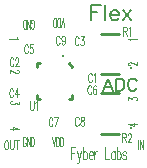
<source format=gto>
G04 DipTrace 2.4.0.2*
%INFlexADCBufferAry.gto*%
%MOMM*%
%ADD10C,0.25*%
%ADD16C,0.3*%
%ADD50C,0.118*%
%ADD51C,0.196*%
%ADD52C,0.157*%
%ADD53C,0.083*%
%ADD54C,0.111*%
%FSLAX53Y53*%
G04*
G71*
G90*
G75*
G01*
%LNTopSilk*%
%LPD*%
X21553Y18373D2*
D10*
X19952D1*
X21553Y21773D2*
X19952D1*
D16*
X22490Y18873D3*
X21554Y13333D2*
D10*
X19954D1*
X21554Y16733D2*
X19954D1*
D16*
X22492Y13833D3*
X17559Y16573D2*
D10*
Y16273D1*
X17259D1*
X14559Y16573D2*
Y16273D1*
X14859D2*
X14559D1*
Y19274D2*
Y18974D1*
X14859Y19274D2*
X14559D1*
D16*
X16809Y19924D3*
X17559Y18974D2*
D10*
X17259Y19274D1*
X19231Y18272D2*
D50*
X19209Y18345D1*
X19165Y18418D1*
X19122Y18454D1*
X19034D1*
X18990Y18418D1*
X18947Y18345D1*
X18925Y18272D1*
X18903Y18163D1*
Y17980D1*
X18925Y17872D1*
X18947Y17798D1*
X18990Y17726D1*
X19034Y17689D1*
X19122D1*
X19165Y17726D1*
X19209Y17798D1*
X19231Y17872D1*
X19372Y18308D2*
X19416Y18345D1*
X19482Y18454D1*
Y17689D1*
X12580Y19610D2*
X12558Y19683D1*
X12514Y19756D1*
X12471Y19792D1*
X12383D1*
X12339Y19756D1*
X12296Y19683D1*
X12274Y19610D1*
X12252Y19501D1*
Y19318D1*
X12274Y19209D1*
X12296Y19136D1*
X12339Y19064D1*
X12383Y19027D1*
X12471D1*
X12514Y19064D1*
X12558Y19136D1*
X12580Y19209D1*
X12743Y19609D2*
Y19646D1*
X12765Y19719D1*
X12787Y19755D1*
X12831Y19791D1*
X12918D1*
X12962Y19755D1*
X12983Y19719D1*
X13006Y19646D1*
Y19573D1*
X12983Y19500D1*
X12940Y19391D1*
X12721Y19027D1*
X13027D1*
X18095Y21389D2*
X18073Y21461D1*
X18029Y21535D1*
X17985Y21571D1*
X17898D1*
X17854Y21535D1*
X17811Y21461D1*
X17788Y21389D1*
X17767Y21279D1*
Y21097D1*
X17788Y20988D1*
X17811Y20915D1*
X17854Y20842D1*
X17898Y20805D1*
X17985D1*
X18029Y20842D1*
X18073Y20915D1*
X18095Y20988D1*
X18280Y21570D2*
X18520D1*
X18389Y21278D1*
X18455D1*
X18498Y21242D1*
X18520Y21206D1*
X18542Y21097D1*
Y21024D1*
X18520Y20915D1*
X18476Y20841D1*
X18411Y20805D1*
X18345D1*
X18280Y20841D1*
X18258Y20878D1*
X18236Y20951D1*
X12558Y16977D2*
X12536Y17049D1*
X12492Y17122D1*
X12449Y17158D1*
X12361D1*
X12317Y17122D1*
X12274Y17049D1*
X12251Y16977D1*
X12230Y16867D1*
Y16684D1*
X12251Y16576D1*
X12274Y16502D1*
X12317Y16430D1*
X12361Y16393D1*
X12449D1*
X12492Y16430D1*
X12536Y16502D1*
X12558Y16576D1*
X12918Y16393D2*
Y17158D1*
X12699Y16648D1*
X13027D1*
X13805Y20705D2*
X13784Y20777D1*
X13740Y20850D1*
X13696Y20887D1*
X13609D1*
X13565Y20850D1*
X13521Y20777D1*
X13499Y20705D1*
X13477Y20595D1*
Y20412D1*
X13499Y20304D1*
X13521Y20231D1*
X13565Y20158D1*
X13609Y20121D1*
X13696D1*
X13740Y20158D1*
X13784Y20231D1*
X13805Y20304D1*
X14209Y20886D2*
X13991D1*
X13969Y20558D1*
X13991Y20594D1*
X14056Y20631D1*
X14121D1*
X14187Y20594D1*
X14231Y20522D1*
X14253Y20412D1*
Y20340D1*
X14231Y20231D1*
X14187Y20157D1*
X14121Y20121D1*
X14056D1*
X13991Y20157D1*
X13969Y20194D1*
X13947Y20267D1*
X19176Y17258D2*
X19154Y17330D1*
X19110Y17403D1*
X19066Y17440D1*
X18979D1*
X18935Y17403D1*
X18892Y17330D1*
X18869Y17258D1*
X18848Y17148D1*
Y16965D1*
X18869Y16857D1*
X18892Y16783D1*
X18935Y16711D1*
X18979Y16674D1*
X19066D1*
X19110Y16711D1*
X19154Y16783D1*
X19176Y16857D1*
X19579Y17330D2*
X19557Y17402D1*
X19492Y17439D1*
X19448D1*
X19382Y17402D1*
X19339Y17293D1*
X19317Y17111D1*
Y16929D1*
X19339Y16783D1*
X19382Y16710D1*
X19448Y16674D1*
X19470D1*
X19535Y16710D1*
X19579Y16783D1*
X19601Y16893D1*
Y16929D1*
X19579Y17039D1*
X19535Y17111D1*
X19470Y17147D1*
X19448D1*
X19382Y17111D1*
X19339Y17039D1*
X19317Y16929D1*
X15879Y14528D2*
X15857Y14600D1*
X15813Y14673D1*
X15770Y14709D1*
X15682D1*
X15639Y14673D1*
X15595Y14600D1*
X15573Y14528D1*
X15551Y14418D1*
Y14235D1*
X15573Y14127D1*
X15595Y14053D1*
X15639Y13981D1*
X15682Y13944D1*
X15770D1*
X15813Y13981D1*
X15857Y14053D1*
X15879Y14127D1*
X16108Y13944D2*
X16327Y14709D1*
X16020D1*
X18111Y14570D2*
X18090Y14642D1*
X18046Y14716D1*
X18002Y14752D1*
X17915D1*
X17871Y14716D1*
X17827Y14642D1*
X17805Y14570D1*
X17783Y14460D1*
Y14278D1*
X17805Y14169D1*
X17827Y14096D1*
X17871Y14023D1*
X17915Y13986D1*
X18002D1*
X18046Y14023D1*
X18090Y14096D1*
X18111Y14169D1*
X18362Y14751D2*
X18296Y14715D1*
X18274Y14642D1*
Y14569D1*
X18296Y14497D1*
X18340Y14460D1*
X18427Y14423D1*
X18493Y14387D1*
X18536Y14314D1*
X18558Y14241D1*
Y14132D1*
X18536Y14059D1*
X18515Y14022D1*
X18449Y13986D1*
X18362D1*
X18296Y14022D1*
X18274Y14059D1*
X18252Y14132D1*
Y14241D1*
X18274Y14314D1*
X18318Y14387D1*
X18383Y14423D1*
X18471Y14460D1*
X18515Y14497D1*
X18536Y14569D1*
Y14642D1*
X18515Y14715D1*
X18449Y14751D1*
X18362D1*
X16499Y21442D2*
X16478Y21515D1*
X16434Y21588D1*
X16390Y21624D1*
X16303D1*
X16259Y21588D1*
X16215Y21515D1*
X16193Y21442D1*
X16171Y21333D1*
Y21150D1*
X16193Y21041D1*
X16215Y20968D1*
X16259Y20895D1*
X16303Y20858D1*
X16390D1*
X16434Y20895D1*
X16478Y20968D1*
X16499Y21041D1*
X16925Y21369D2*
X16903Y21259D1*
X16859Y21186D1*
X16794Y21150D1*
X16772D1*
X16706Y21186D1*
X16663Y21259D1*
X16641Y21369D1*
Y21405D1*
X16663Y21515D1*
X16706Y21587D1*
X16772Y21623D1*
X16794D1*
X16859Y21587D1*
X16903Y21515D1*
X16925Y21369D1*
Y21186D1*
X16903Y21004D1*
X16859Y20895D1*
X16794Y20858D1*
X16750D1*
X16685Y20895D1*
X16663Y20968D1*
X23111Y12812D2*
Y12047D1*
X23558Y12812D2*
Y12047D1*
X23252Y12812D1*
Y12047D1*
X11929Y12763D2*
X11885Y12727D1*
X11841Y12654D1*
X11819Y12581D1*
X11797Y12472D1*
Y12289D1*
X11819Y12180D1*
X11841Y12107D1*
X11885Y12034D1*
X11929Y11997D1*
X12016D1*
X12059Y12034D1*
X12103Y12107D1*
X12125Y12180D1*
X12147Y12289D1*
Y12472D1*
X12125Y12581D1*
X12103Y12654D1*
X12059Y12727D1*
X12016Y12763D1*
X11929D1*
X12288D2*
Y12216D1*
X12310Y12107D1*
X12354Y12034D1*
X12420Y11997D1*
X12463D1*
X12529Y12034D1*
X12573Y12107D1*
X12594Y12216D1*
Y12763D1*
X12889D2*
Y11997D1*
X12736Y12763D2*
X13042D1*
X21880Y22017D2*
X22077D1*
X22143Y22054D1*
X22165Y22090D1*
X22187Y22162D1*
Y22236D1*
X22165Y22308D1*
X22143Y22345D1*
X22077Y22381D1*
X21880D1*
Y21616D1*
X22034Y22017D2*
X22187Y21616D1*
X22328Y22235D2*
X22372Y22272D1*
X22438Y22380D1*
Y21616D1*
X21795Y13013D2*
X21991D1*
X22057Y13050D1*
X22079Y13087D1*
X22101Y13159D1*
Y13232D1*
X22079Y13305D1*
X22057Y13342D1*
X21991Y13378D1*
X21795D1*
Y12612D1*
X21948Y13013D2*
X22101Y12612D1*
X22264Y13195D2*
Y13231D1*
X22286Y13305D1*
X22308Y13341D1*
X22352Y13377D1*
X22439D1*
X22483Y13341D1*
X22504Y13305D1*
X22527Y13231D1*
Y13159D1*
X22504Y13086D1*
X22461Y12977D1*
X22242Y12612D1*
X22548D1*
X13981Y16082D2*
Y15536D1*
X14003Y15426D1*
X14047Y15354D1*
X14112Y15317D1*
X14156D1*
X14221Y15354D1*
X14265Y15426D1*
X14287Y15536D1*
Y16082D1*
X14428Y15936D2*
X14472Y15973D1*
X14538Y16081D1*
Y15317D1*
X19973Y24205D2*
D51*
X19183D1*
Y22929D1*
Y23597D2*
X19668D1*
X20365Y24205D2*
Y22929D1*
X20757Y23414D2*
X21486D1*
Y23536D1*
X21425Y23659D1*
X21365Y23719D1*
X21243Y23779D1*
X21060D1*
X20940Y23719D1*
X20818Y23597D1*
X20757Y23414D1*
Y23294D1*
X20818Y23111D1*
X20940Y22990D1*
X21060Y22929D1*
X21243D1*
X21365Y22990D1*
X21486Y23111D1*
X21878Y23779D2*
X22546Y22929D1*
Y23779D2*
X21878Y22929D1*
X20973Y16975D2*
D52*
X20583Y17996D1*
X20195Y16975D1*
X20341Y17316D2*
X20827D1*
X21287Y17996D2*
Y16975D1*
X21627D1*
X21773Y17025D1*
X21871Y17121D1*
X21919Y17219D1*
X21967Y17364D1*
Y17608D1*
X21919Y17754D1*
X21871Y17850D1*
X21773Y17948D1*
X21627Y17996D1*
X21287D1*
X23010Y17754D2*
X22962Y17850D1*
X22864Y17948D1*
X22767Y17996D1*
X22573D1*
X22475Y17948D1*
X22379Y17850D1*
X22329Y17754D1*
X22281Y17608D1*
Y17364D1*
X22329Y17219D1*
X22379Y17121D1*
X22475Y17025D1*
X22573Y16975D1*
X22767D1*
X22864Y17025D1*
X22962Y17121D1*
X23010Y17219D1*
X13621Y12874D2*
D53*
X13603Y12947D1*
X13566Y13020D1*
X13530Y13056D1*
X13457D1*
X13421Y13020D1*
X13385Y12947D1*
X13366Y12874D1*
X13348Y12765D1*
Y12582D1*
X13366Y12473D1*
X13385Y12400D1*
X13421Y12327D1*
X13457Y12290D1*
X13530D1*
X13566Y12327D1*
X13603Y12400D1*
X13621Y12473D1*
Y12582D1*
X13530D1*
X13960Y13056D2*
Y12290D1*
X13705Y13056D1*
Y12290D1*
X14043Y13056D2*
Y12290D1*
X14171D1*
X14225Y12327D1*
X14262Y12400D1*
X14280Y12473D1*
X14298Y12582D1*
Y12765D1*
X14280Y12874D1*
X14262Y12947D1*
X14225Y13020D1*
X14171Y13056D1*
X14043D1*
X15826Y13033D2*
X15972Y12267D1*
X16118Y13033D1*
X16201D2*
Y12267D1*
X16329D1*
X16384Y12304D1*
X16420Y12376D1*
X16438Y12450D1*
X16456Y12558D1*
Y12741D1*
X16438Y12851D1*
X16420Y12923D1*
X16384Y12996D1*
X16329Y13033D1*
X16201D1*
X16540D2*
Y12267D1*
X16667D1*
X16722Y12304D1*
X16759Y12376D1*
X16777Y12450D1*
X16795Y12558D1*
Y12741D1*
X16777Y12851D1*
X16759Y12923D1*
X16722Y12996D1*
X16667Y13033D1*
X16540D1*
X14043Y22403D2*
X14061Y22330D1*
X14098Y22257D1*
X14134Y22221D1*
X14207D1*
X14243Y22257D1*
X14280Y22330D1*
X14298Y22403D1*
X14316Y22512D1*
Y22695D1*
X14298Y22804D1*
X14280Y22877D1*
X14243Y22949D1*
X14207Y22986D1*
X14134D1*
X14098Y22949D1*
X14061Y22877D1*
X14043Y22804D1*
Y22695D1*
X14134D1*
X13704Y22221D2*
Y22986D1*
X13960Y22221D1*
Y22986D1*
X13621Y22221D2*
Y22986D1*
X13493D1*
X13439Y22949D1*
X13402Y22877D1*
X13384Y22804D1*
X13366Y22695D1*
Y22512D1*
X13384Y22403D1*
X13402Y22330D1*
X13439Y22257D1*
X13493Y22221D1*
X13621D1*
X16881Y22334D2*
X16735Y23100D1*
X16589Y22334D1*
X16506D2*
Y23100D1*
X16378D1*
X16324Y23063D1*
X16287Y22990D1*
X16269Y22917D1*
X16251Y22808D1*
Y22626D1*
X16269Y22516D1*
X16287Y22444D1*
X16324Y22370D1*
X16378Y22334D1*
X16506D1*
X16167D2*
Y23100D1*
X16040D1*
X15985Y23063D1*
X15948Y22990D1*
X15930Y22917D1*
X15912Y22808D1*
Y22626D1*
X15930Y22516D1*
X15948Y22444D1*
X15985Y22370D1*
X16040Y22334D1*
X16167D1*
X17826Y12179D2*
D54*
X17447D1*
Y11158D1*
Y11693D2*
X17680D1*
X17989Y11839D2*
X18164Y11158D1*
X18106Y10964D1*
X18047Y10866D1*
X17989Y10818D1*
X17959D1*
X18339Y11839D2*
X18164Y11158D1*
X18472Y12179D2*
Y11158D1*
Y11693D2*
X18531Y11790D1*
X18589Y11839D1*
X18676D1*
X18734Y11790D1*
X18793Y11693D1*
X18822Y11547D1*
Y11450D1*
X18793Y11304D1*
X18734Y11208D1*
X18676Y11158D1*
X18589D1*
X18531Y11208D1*
X18472Y11304D1*
X18955Y11547D2*
X19305D1*
Y11644D1*
X19276Y11742D1*
X19247Y11790D1*
X19188Y11839D1*
X19101D1*
X19043Y11790D1*
X18984Y11693D1*
X18955Y11547D1*
Y11450D1*
X18984Y11304D1*
X19043Y11208D1*
X19101Y11158D1*
X19188D1*
X19247Y11208D1*
X19305Y11304D1*
X19438Y11839D2*
Y11158D1*
Y11547D2*
X19468Y11693D1*
X19526Y11790D1*
X19584Y11839D1*
X19672D1*
X20343Y12179D2*
Y11158D1*
X20693D1*
X21176Y11839D2*
Y11158D1*
Y11693D2*
X21118Y11790D1*
X21059Y11839D1*
X20972D1*
X20914Y11790D1*
X20856Y11693D1*
X20826Y11547D1*
Y11450D1*
X20856Y11304D1*
X20914Y11208D1*
X20972Y11158D1*
X21059D1*
X21118Y11208D1*
X21176Y11304D1*
X21309Y12179D2*
Y11158D1*
Y11693D2*
X21368Y11790D1*
X21426Y11839D1*
X21513D1*
X21571Y11790D1*
X21630Y11693D1*
X21659Y11547D1*
Y11450D1*
X21630Y11304D1*
X21571Y11208D1*
X21513Y11158D1*
X21426D1*
X21368Y11208D1*
X21309Y11304D1*
X22113Y11693D2*
X22084Y11790D1*
X21996Y11839D1*
X21909D1*
X21821Y11790D1*
X21792Y11693D1*
X21821Y11596D1*
X21880Y11547D1*
X22025Y11498D1*
X22084Y11450D1*
X22113Y11352D1*
Y11304D1*
X22084Y11208D1*
X21996Y11158D1*
X21909D1*
X21821Y11208D1*
X21792Y11304D1*
X12850Y21474D2*
D53*
X12887Y21437D1*
X12996Y21382D1*
X12231D1*
X22463Y19148D2*
X22427D1*
X22353Y19166D1*
X22317Y19184D1*
X22281Y19221D1*
Y19294D1*
X22317Y19330D1*
X22353Y19348D1*
X22427Y19367D1*
X22499D1*
X22572Y19348D1*
X22681Y19312D1*
X23046Y19130D1*
Y19385D1*
X12872Y18701D2*
X12908D1*
X12981Y18683D1*
X13017Y18665D1*
X13054Y18628D1*
Y18555D1*
X13017Y18519D1*
X12981Y18501D1*
X12908Y18482D1*
X12835D1*
X12762Y18501D1*
X12653Y18537D1*
X12289Y18719D1*
Y18464D1*
X22454Y21282D2*
X22417Y21319D1*
X22308Y21373D1*
X23073D1*
X22303Y16203D2*
Y16403D1*
X22594Y16294D1*
Y16349D1*
X22631Y16385D1*
X22667Y16403D1*
X22776Y16422D1*
X22849D1*
X22958Y16403D1*
X23032Y16367D1*
X23068Y16312D1*
Y16258D1*
X23032Y16203D1*
X22994Y16185D1*
X22922Y16167D1*
X13035Y16051D2*
Y15851D1*
X12744Y15960D1*
Y15905D1*
X12708Y15869D1*
X12671Y15851D1*
X12562Y15833D1*
X12489D1*
X12380Y15851D1*
X12307Y15887D1*
X12270Y15942D1*
Y15997D1*
X12307Y16051D1*
X12344Y16069D1*
X12416Y16088D1*
X12313Y13753D2*
X13078D1*
X12569Y13935D1*
Y13662D1*
X23039Y14182D2*
X22275D1*
X22784Y14000D1*
Y14273D1*
M02*

</source>
